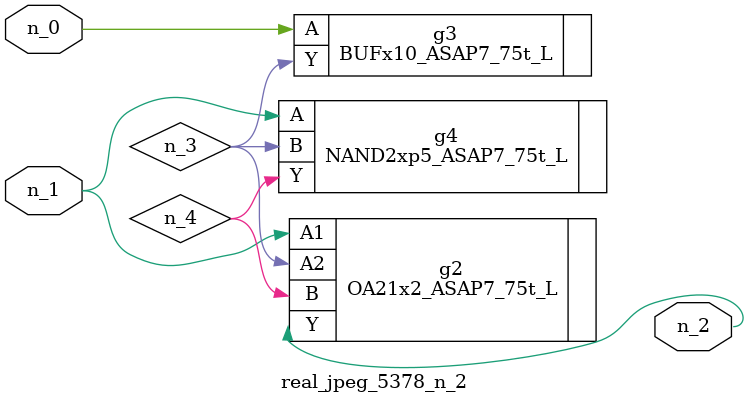
<source format=v>
module real_jpeg_5378_n_2 (n_1, n_0, n_2);

input n_1;
input n_0;

output n_2;

wire n_4;
wire n_3;

BUFx10_ASAP7_75t_L g3 ( 
.A(n_0),
.Y(n_3)
);

OA21x2_ASAP7_75t_L g2 ( 
.A1(n_1),
.A2(n_3),
.B(n_4),
.Y(n_2)
);

NAND2xp5_ASAP7_75t_L g4 ( 
.A(n_1),
.B(n_3),
.Y(n_4)
);


endmodule
</source>
